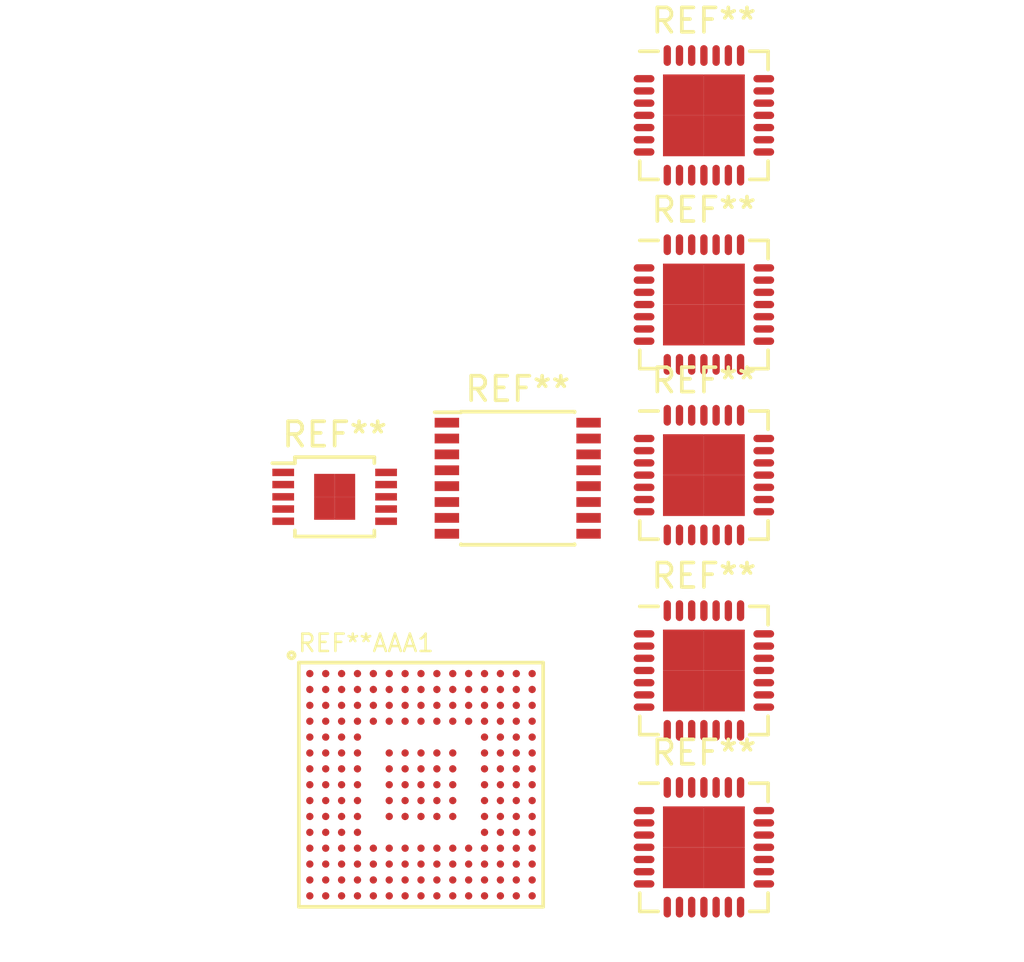
<source format=kicad_pcb>
(kicad_pcb (version 4) (host pcbnew "(after 2015-may-25 BZR unknown)-product")

  (general
    (links 0)
    (no_connects 0)
    (area 0 0 0 0)
    (thickness 1.6)
    (drawings 0)
    (tracks 0)
    (zones 0)
    (modules 8)
    (nets 1)
  )

  (page A4)
  (layers
    (0 F.Cu signal)
    (31 B.Cu signal)
    (32 B.Adhes user)
    (33 F.Adhes user)
    (34 B.Paste user)
    (35 F.Paste user)
    (36 B.SilkS user)
    (37 F.SilkS user)
    (38 B.Mask user)
    (39 F.Mask user)
    (40 Dwgs.User user)
    (41 Cmts.User user)
    (42 Eco1.User user)
    (43 Eco2.User user)
    (44 Edge.Cuts user)
    (45 Margin user)
    (46 B.CrtYd user)
    (47 F.CrtYd user)
    (48 B.Fab user)
    (49 F.Fab user)
  )

  (setup
    (last_trace_width 0.25)
    (trace_clearance 0.2)
    (zone_clearance 0.508)
    (zone_45_only no)
    (trace_min 0.2)
    (segment_width 0.2)
    (edge_width 0.1)
    (via_size 0.6)
    (via_drill 0.4)
    (via_min_size 0.4)
    (via_min_drill 0.3)
    (uvia_size 0.3)
    (uvia_drill 0.1)
    (uvias_allowed no)
    (uvia_min_size 0.2)
    (uvia_min_drill 0.1)
    (pcb_text_width 0.3)
    (pcb_text_size 1.5 1.5)
    (mod_edge_width 0.15)
    (mod_text_size 1 1)
    (mod_text_width 0.15)
    (pad_size 1.5 1.5)
    (pad_drill 0.6)
    (pad_to_mask_clearance 0)
    (aux_axis_origin 0 0)
    (visible_elements 7FFFFFFF)
    (pcbplotparams
      (layerselection 0x00030_80000001)
      (usegerberextensions false)
      (excludeedgelayer true)
      (linewidth 0.100000)
      (plotframeref false)
      (viasonmask false)
      (mode 1)
      (useauxorigin false)
      (hpglpennumber 1)
      (hpglpenspeed 20)
      (hpglpendiameter 15)
      (hpglpenoverlay 2)
      (psnegative false)
      (psa4output false)
      (plotreference true)
      (plotvalue true)
      (plotinvisibletext false)
      (padsonsilk false)
      (subtractmaskfromsilk false)
      (outputformat 1)
      (mirror false)
      (drillshape 1)
      (scaleselection 1)
      (outputdirectory ""))
  )

  (net 0 "")

  (net_class Default "This is the default net class."
    (clearance 0.2)
    (trace_width 0.25)
    (via_dia 0.6)
    (via_drill 0.4)
    (uvia_dia 0.3)
    (uvia_drill 0.1)
  )

  (module BGA:UFBGA201 (layer F.Cu) (tedit 55A8E253) (tstamp 55AB9B6E)
    (at 134.493 100.584)
    (fp_text reference REF**AAA1 (at 2.3 -1.25) (layer F.SilkS)
      (effects (font (size 0.7112 0.7112) (thickness 0.1016)))
    )
    (fp_text value UFBGA201 (at 6 10.35) (layer F.Fab) hide
      (effects (font (size 1 1) (thickness 0.15)))
    )
    (fp_circle (center -0.75 -0.75) (end -0.75 -0.7) (layer F.SilkS) (width 0.15))
    (fp_line (start -0.45 -0.45) (end -0.45 9.55) (layer F.SilkS) (width 0.15))
    (fp_line (start -0.45 9.55) (end 9.55 9.55) (layer F.SilkS) (width 0.15))
    (fp_line (start 9.55 9.55) (end 9.55 -0.45) (layer F.SilkS) (width 0.15))
    (fp_line (start 9.55 -0.45) (end -0.45 -0.45) (layer F.SilkS) (width 0.15))
    (pad A1 smd circle (at 0 0) (size 0.3 0.3) (layers F.Cu F.Paste F.Mask))
    (pad B1 smd circle (at 0 0.65) (size 0.3 0.3) (layers F.Cu F.Paste F.Mask))
    (pad C1 smd circle (at 0 1.3) (size 0.3 0.3) (layers F.Cu F.Paste F.Mask))
    (pad D1 smd circle (at 0 1.95) (size 0.3 0.3) (layers F.Cu F.Paste F.Mask))
    (pad E1 smd circle (at 0 2.6) (size 0.3 0.3) (layers F.Cu F.Paste F.Mask))
    (pad F1 smd circle (at 0 3.25) (size 0.3 0.3) (layers F.Cu F.Paste F.Mask))
    (pad G1 smd circle (at 0 3.9) (size 0.3 0.3) (layers F.Cu F.Paste F.Mask))
    (pad H1 smd circle (at 0 4.55) (size 0.3 0.3) (layers F.Cu F.Paste F.Mask))
    (pad J1 smd circle (at 0 5.2) (size 0.3 0.3) (layers F.Cu F.Paste F.Mask))
    (pad K1 smd circle (at 0 5.85) (size 0.3 0.3) (layers F.Cu F.Paste F.Mask))
    (pad L1 smd circle (at 0 6.5) (size 0.3 0.3) (layers F.Cu F.Paste F.Mask))
    (pad M1 smd circle (at 0 7.15) (size 0.3 0.3) (layers F.Cu F.Paste F.Mask))
    (pad N1 smd circle (at 0 7.8) (size 0.3 0.3) (layers F.Cu F.Paste F.Mask))
    (pad P1 smd circle (at 0 8.45) (size 0.3 0.3) (layers F.Cu F.Paste F.Mask))
    (pad R1 smd circle (at 0 9.1) (size 0.3 0.3) (layers F.Cu F.Paste F.Mask))
    (pad A2 smd circle (at 0.65 0) (size 0.3 0.3) (layers F.Cu F.Paste F.Mask))
    (pad B2 smd circle (at 0.65 0.65) (size 0.3 0.3) (layers F.Cu F.Paste F.Mask))
    (pad C2 smd circle (at 0.65 1.3) (size 0.3 0.3) (layers F.Cu F.Paste F.Mask))
    (pad D2 smd circle (at 0.65 1.95) (size 0.3 0.3) (layers F.Cu F.Paste F.Mask))
    (pad E2 smd circle (at 0.65 2.6) (size 0.3 0.3) (layers F.Cu F.Paste F.Mask))
    (pad F2 smd circle (at 0.65 3.25) (size 0.3 0.3) (layers F.Cu F.Paste F.Mask))
    (pad G2 smd circle (at 0.65 3.9) (size 0.3 0.3) (layers F.Cu F.Paste F.Mask))
    (pad H2 smd circle (at 0.65 4.55) (size 0.3 0.3) (layers F.Cu F.Paste F.Mask))
    (pad J2 smd circle (at 0.65 5.2) (size 0.3 0.3) (layers F.Cu F.Paste F.Mask))
    (pad K2 smd circle (at 0.65 5.85) (size 0.3 0.3) (layers F.Cu F.Paste F.Mask))
    (pad L2 smd circle (at 0.65 6.5) (size 0.3 0.3) (layers F.Cu F.Paste F.Mask))
    (pad M2 smd circle (at 0.65 7.15) (size 0.3 0.3) (layers F.Cu F.Paste F.Mask))
    (pad N2 smd circle (at 0.65 7.8) (size 0.3 0.3) (layers F.Cu F.Paste F.Mask))
    (pad P2 smd circle (at 0.65 8.45) (size 0.3 0.3) (layers F.Cu F.Paste F.Mask))
    (pad R2 smd circle (at 0.65 9.1) (size 0.3 0.3) (layers F.Cu F.Paste F.Mask))
    (pad A3 smd circle (at 1.3 0) (size 0.3 0.3) (layers F.Cu F.Paste F.Mask))
    (pad B3 smd circle (at 1.3 0.65) (size 0.3 0.3) (layers F.Cu F.Paste F.Mask))
    (pad C3 smd circle (at 1.3 1.3) (size 0.3 0.3) (layers F.Cu F.Paste F.Mask))
    (pad D3 smd circle (at 1.3 1.95) (size 0.3 0.3) (layers F.Cu F.Paste F.Mask))
    (pad E3 smd circle (at 1.3 2.6) (size 0.3 0.3) (layers F.Cu F.Paste F.Mask))
    (pad F3 smd circle (at 1.3 3.25) (size 0.3 0.3) (layers F.Cu F.Paste F.Mask))
    (pad G3 smd circle (at 1.3 3.9) (size 0.3 0.3) (layers F.Cu F.Paste F.Mask))
    (pad H3 smd circle (at 1.3 4.55) (size 0.3 0.3) (layers F.Cu F.Paste F.Mask))
    (pad J3 smd circle (at 1.3 5.2) (size 0.3 0.3) (layers F.Cu F.Paste F.Mask))
    (pad K3 smd circle (at 1.3 5.85) (size 0.3 0.3) (layers F.Cu F.Paste F.Mask))
    (pad L3 smd circle (at 1.3 6.5) (size 0.3 0.3) (layers F.Cu F.Paste F.Mask))
    (pad M3 smd circle (at 1.3 7.15) (size 0.3 0.3) (layers F.Cu F.Paste F.Mask))
    (pad N3 smd circle (at 1.3 7.8) (size 0.3 0.3) (layers F.Cu F.Paste F.Mask))
    (pad P3 smd circle (at 1.3 8.45) (size 0.3 0.3) (layers F.Cu F.Paste F.Mask))
    (pad R3 smd circle (at 1.3 9.1) (size 0.3 0.3) (layers F.Cu F.Paste F.Mask))
    (pad A4 smd circle (at 1.95 0) (size 0.3 0.3) (layers F.Cu F.Paste F.Mask))
    (pad B4 smd circle (at 1.95 0.65) (size 0.3 0.3) (layers F.Cu F.Paste F.Mask))
    (pad C4 smd circle (at 1.95 1.3) (size 0.3 0.3) (layers F.Cu F.Paste F.Mask))
    (pad D4 smd circle (at 1.95 1.95) (size 0.3 0.3) (layers F.Cu F.Paste F.Mask))
    (pad E4 smd circle (at 1.95 2.6) (size 0.3 0.3) (layers F.Cu F.Paste F.Mask))
    (pad F4 smd circle (at 1.95 3.25) (size 0.3 0.3) (layers F.Cu F.Paste F.Mask))
    (pad G4 smd circle (at 1.95 3.9) (size 0.3 0.3) (layers F.Cu F.Paste F.Mask))
    (pad H4 smd circle (at 1.95 4.55) (size 0.3 0.3) (layers F.Cu F.Paste F.Mask))
    (pad J4 smd circle (at 1.95 5.2) (size 0.3 0.3) (layers F.Cu F.Paste F.Mask))
    (pad K4 smd circle (at 1.95 5.85) (size 0.3 0.3) (layers F.Cu F.Paste F.Mask))
    (pad L4 smd circle (at 1.95 6.5) (size 0.3 0.3) (layers F.Cu F.Paste F.Mask))
    (pad M4 smd circle (at 1.95 7.15) (size 0.3 0.3) (layers F.Cu F.Paste F.Mask))
    (pad N4 smd circle (at 1.95 7.8) (size 0.3 0.3) (layers F.Cu F.Paste F.Mask))
    (pad P4 smd circle (at 1.95 8.45) (size 0.3 0.3) (layers F.Cu F.Paste F.Mask))
    (pad R4 smd circle (at 1.95 9.1) (size 0.3 0.3) (layers F.Cu F.Paste F.Mask))
    (pad A5 smd circle (at 2.6 0) (size 0.3 0.3) (layers F.Cu F.Paste F.Mask))
    (pad B5 smd circle (at 2.6 0.65) (size 0.3 0.3) (layers F.Cu F.Paste F.Mask))
    (pad C5 smd circle (at 2.6 1.3) (size 0.3 0.3) (layers F.Cu F.Paste F.Mask))
    (pad D5 smd circle (at 2.6 1.95) (size 0.3 0.3) (layers F.Cu F.Paste F.Mask))
    (pad M5 smd circle (at 2.6 7.15) (size 0.3 0.3) (layers F.Cu F.Paste F.Mask))
    (pad N5 smd circle (at 2.6 7.8) (size 0.3 0.3) (layers F.Cu F.Paste F.Mask))
    (pad P5 smd circle (at 2.6 8.45) (size 0.3 0.3) (layers F.Cu F.Paste F.Mask))
    (pad R5 smd circle (at 2.6 9.1) (size 0.3 0.3) (layers F.Cu F.Paste F.Mask))
    (pad A6 smd circle (at 3.25 0) (size 0.3 0.3) (layers F.Cu F.Paste F.Mask))
    (pad B6 smd circle (at 3.25 0.65) (size 0.3 0.3) (layers F.Cu F.Paste F.Mask))
    (pad C6 smd circle (at 3.25 1.3) (size 0.3 0.3) (layers F.Cu F.Paste F.Mask))
    (pad D6 smd circle (at 3.25 1.95) (size 0.3 0.3) (layers F.Cu F.Paste F.Mask))
    (pad F6 smd circle (at 3.25 3.25) (size 0.3 0.3) (layers F.Cu F.Paste F.Mask))
    (pad G6 smd circle (at 3.25 3.9) (size 0.3 0.3) (layers F.Cu F.Paste F.Mask))
    (pad H6 smd circle (at 3.25 4.55) (size 0.3 0.3) (layers F.Cu F.Paste F.Mask))
    (pad J6 smd circle (at 3.25 5.2) (size 0.3 0.3) (layers F.Cu F.Paste F.Mask))
    (pad K6 smd circle (at 3.25 5.85) (size 0.3 0.3) (layers F.Cu F.Paste F.Mask))
    (pad M6 smd circle (at 3.25 7.15) (size 0.3 0.3) (layers F.Cu F.Paste F.Mask))
    (pad N6 smd circle (at 3.25 7.8) (size 0.3 0.3) (layers F.Cu F.Paste F.Mask))
    (pad P6 smd circle (at 3.25 8.45) (size 0.3 0.3) (layers F.Cu F.Paste F.Mask))
    (pad R6 smd circle (at 3.25 9.1) (size 0.3 0.3) (layers F.Cu F.Paste F.Mask))
    (pad A7 smd circle (at 3.9 0) (size 0.3 0.3) (layers F.Cu F.Paste F.Mask))
    (pad B7 smd circle (at 3.9 0.65) (size 0.3 0.3) (layers F.Cu F.Paste F.Mask))
    (pad C7 smd circle (at 3.9 1.3) (size 0.3 0.3) (layers F.Cu F.Paste F.Mask))
    (pad D7 smd circle (at 3.9 1.95) (size 0.3 0.3) (layers F.Cu F.Paste F.Mask))
    (pad F7 smd circle (at 3.9 3.25) (size 0.3 0.3) (layers F.Cu F.Paste F.Mask))
    (pad G7 smd circle (at 3.9 3.9) (size 0.3 0.3) (layers F.Cu F.Paste F.Mask))
    (pad H7 smd circle (at 3.9 4.55) (size 0.3 0.3) (layers F.Cu F.Paste F.Mask))
    (pad J7 smd circle (at 3.9 5.2) (size 0.3 0.3) (layers F.Cu F.Paste F.Mask))
    (pad K7 smd circle (at 3.9 5.85) (size 0.3 0.3) (layers F.Cu F.Paste F.Mask))
    (pad M7 smd circle (at 3.9 7.15) (size 0.3 0.3) (layers F.Cu F.Paste F.Mask))
    (pad N7 smd circle (at 3.9 7.8) (size 0.3 0.3) (layers F.Cu F.Paste F.Mask))
    (pad P7 smd circle (at 3.9 8.45) (size 0.3 0.3) (layers F.Cu F.Paste F.Mask))
    (pad R7 smd circle (at 3.9 9.1) (size 0.3 0.3) (layers F.Cu F.Paste F.Mask))
    (pad A8 smd circle (at 4.55 0) (size 0.3 0.3) (layers F.Cu F.Paste F.Mask))
    (pad B8 smd circle (at 4.55 0.65) (size 0.3 0.3) (layers F.Cu F.Paste F.Mask))
    (pad C8 smd circle (at 4.55 1.3) (size 0.3 0.3) (layers F.Cu F.Paste F.Mask))
    (pad D8 smd circle (at 4.55 1.95) (size 0.3 0.3) (layers F.Cu F.Paste F.Mask))
    (pad F8 smd circle (at 4.55 3.25) (size 0.3 0.3) (layers F.Cu F.Paste F.Mask))
    (pad G8 smd circle (at 4.55 3.9) (size 0.3 0.3) (layers F.Cu F.Paste F.Mask))
    (pad H8 smd circle (at 4.55 4.55) (size 0.3 0.3) (layers F.Cu F.Paste F.Mask))
    (pad J8 smd circle (at 4.55 5.2) (size 0.3 0.3) (layers F.Cu F.Paste F.Mask))
    (pad K8 smd circle (at 4.55 5.85) (size 0.3 0.3) (layers F.Cu F.Paste F.Mask))
    (pad M8 smd circle (at 4.55 7.15) (size 0.3 0.3) (layers F.Cu F.Paste F.Mask))
    (pad N8 smd circle (at 4.55 7.8) (size 0.3 0.3) (layers F.Cu F.Paste F.Mask))
    (pad P8 smd circle (at 4.55 8.45) (size 0.3 0.3) (layers F.Cu F.Paste F.Mask))
    (pad R8 smd circle (at 4.55 9.1) (size 0.3 0.3) (layers F.Cu F.Paste F.Mask))
    (pad A9 smd circle (at 5.2 0) (size 0.3 0.3) (layers F.Cu F.Paste F.Mask))
    (pad B9 smd circle (at 5.2 0.65) (size 0.3 0.3) (layers F.Cu F.Paste F.Mask))
    (pad C9 smd circle (at 5.2 1.3) (size 0.3 0.3) (layers F.Cu F.Paste F.Mask))
    (pad D9 smd circle (at 5.2 1.95) (size 0.3 0.3) (layers F.Cu F.Paste F.Mask))
    (pad F9 smd circle (at 5.2 3.25) (size 0.3 0.3) (layers F.Cu F.Paste F.Mask))
    (pad G9 smd circle (at 5.2 3.9) (size 0.3 0.3) (layers F.Cu F.Paste F.Mask))
    (pad H9 smd circle (at 5.2 4.55) (size 0.3 0.3) (layers F.Cu F.Paste F.Mask))
    (pad J9 smd circle (at 5.2 5.2) (size 0.3 0.3) (layers F.Cu F.Paste F.Mask))
    (pad K9 smd circle (at 5.2 5.85) (size 0.3 0.3) (layers F.Cu F.Paste F.Mask))
    (pad M9 smd circle (at 5.2 7.15) (size 0.3 0.3) (layers F.Cu F.Paste F.Mask))
    (pad N9 smd circle (at 5.2 7.8) (size 0.3 0.3) (layers F.Cu F.Paste F.Mask))
    (pad P9 smd circle (at 5.2 8.45) (size 0.3 0.3) (layers F.Cu F.Paste F.Mask))
    (pad R9 smd circle (at 5.2 9.1) (size 0.3 0.3) (layers F.Cu F.Paste F.Mask))
    (pad A10 smd circle (at 5.85 0) (size 0.3 0.3) (layers F.Cu F.Paste F.Mask))
    (pad B10 smd circle (at 5.85 0.65) (size 0.3 0.3) (layers F.Cu F.Paste F.Mask))
    (pad C10 smd circle (at 5.85 1.3) (size 0.3 0.3) (layers F.Cu F.Paste F.Mask))
    (pad D10 smd circle (at 5.85 1.95) (size 0.3 0.3) (layers F.Cu F.Paste F.Mask))
    (pad F10 smd circle (at 5.85 3.25) (size 0.3 0.3) (layers F.Cu F.Paste F.Mask))
    (pad G10 smd circle (at 5.85 3.9) (size 0.3 0.3) (layers F.Cu F.Paste F.Mask))
    (pad H10 smd circle (at 5.85 4.55) (size 0.3 0.3) (layers F.Cu F.Paste F.Mask))
    (pad J10 smd circle (at 5.85 5.2) (size 0.3 0.3) (layers F.Cu F.Paste F.Mask))
    (pad K10 smd circle (at 5.85 5.85) (size 0.3 0.3) (layers F.Cu F.Paste F.Mask))
    (pad M10 smd circle (at 5.85 7.15) (size 0.3 0.3) (layers F.Cu F.Paste F.Mask))
    (pad N10 smd circle (at 5.85 7.8) (size 0.3 0.3) (layers F.Cu F.Paste F.Mask))
    (pad P10 smd circle (at 5.85 8.45) (size 0.3 0.3) (layers F.Cu F.Paste F.Mask))
    (pad R10 smd circle (at 5.85 9.1) (size 0.3 0.3) (layers F.Cu F.Paste F.Mask))
    (pad A11 smd circle (at 6.5 0) (size 0.3 0.3) (layers F.Cu F.Paste F.Mask))
    (pad B11 smd circle (at 6.5 0.65) (size 0.3 0.3) (layers F.Cu F.Paste F.Mask))
    (pad C11 smd circle (at 6.5 1.3) (size 0.3 0.3) (layers F.Cu F.Paste F.Mask))
    (pad D11 smd circle (at 6.5 1.95) (size 0.3 0.3) (layers F.Cu F.Paste F.Mask))
    (pad M11 smd circle (at 6.5 7.15) (size 0.3 0.3) (layers F.Cu F.Paste F.Mask))
    (pad N11 smd circle (at 6.5 7.8) (size 0.3 0.3) (layers F.Cu F.Paste F.Mask))
    (pad P11 smd circle (at 6.5 8.45) (size 0.3 0.3) (layers F.Cu F.Paste F.Mask))
    (pad R11 smd circle (at 6.5 9.1) (size 0.3 0.3) (layers F.Cu F.Paste F.Mask))
    (pad A12 smd circle (at 7.15 0) (size 0.3 0.3) (layers F.Cu F.Paste F.Mask))
    (pad B12 smd circle (at 7.15 0.65) (size 0.3 0.3) (layers F.Cu F.Paste F.Mask))
    (pad C12 smd circle (at 7.15 1.3) (size 0.3 0.3) (layers F.Cu F.Paste F.Mask))
    (pad D12 smd circle (at 7.15 1.95) (size 0.3 0.3) (layers F.Cu F.Paste F.Mask))
    (pad E12 smd circle (at 7.15 2.6) (size 0.3 0.3) (layers F.Cu F.Paste F.Mask))
    (pad F12 smd circle (at 7.15 3.25) (size 0.3 0.3) (layers F.Cu F.Paste F.Mask))
    (pad G12 smd circle (at 7.15 3.9) (size 0.3 0.3) (layers F.Cu F.Paste F.Mask))
    (pad H12 smd circle (at 7.15 4.55) (size 0.3 0.3) (layers F.Cu F.Paste F.Mask))
    (pad J12 smd circle (at 7.15 5.2) (size 0.3 0.3) (layers F.Cu F.Paste F.Mask))
    (pad K12 smd circle (at 7.15 5.85) (size 0.3 0.3) (layers F.Cu F.Paste F.Mask))
    (pad L12 smd circle (at 7.15 6.5) (size 0.3 0.3) (layers F.Cu F.Paste F.Mask))
    (pad M12 smd circle (at 7.15 7.15) (size 0.3 0.3) (layers F.Cu F.Paste F.Mask))
    (pad N12 smd circle (at 7.15 7.8) (size 0.3 0.3) (layers F.Cu F.Paste F.Mask))
    (pad P12 smd circle (at 7.15 8.45) (size 0.3 0.3) (layers F.Cu F.Paste F.Mask))
    (pad R12 smd circle (at 7.15 9.1) (size 0.3 0.3) (layers F.Cu F.Paste F.Mask))
    (pad A13 smd circle (at 7.8 0) (size 0.3 0.3) (layers F.Cu F.Paste F.Mask))
    (pad B13 smd circle (at 7.8 0.65) (size 0.3 0.3) (layers F.Cu F.Paste F.Mask))
    (pad C13 smd circle (at 7.8 1.3) (size 0.3 0.3) (layers F.Cu F.Paste F.Mask))
    (pad D13 smd circle (at 7.8 1.95) (size 0.3 0.3) (layers F.Cu F.Paste F.Mask))
    (pad E13 smd circle (at 7.8 2.6) (size 0.3 0.3) (layers F.Cu F.Paste F.Mask))
    (pad F13 smd circle (at 7.8 3.25) (size 0.3 0.3) (layers F.Cu F.Paste F.Mask))
    (pad G13 smd circle (at 7.8 3.9) (size 0.3 0.3) (layers F.Cu F.Paste F.Mask))
    (pad H13 smd circle (at 7.8 4.55) (size 0.3 0.3) (layers F.Cu F.Paste F.Mask))
    (pad J13 smd circle (at 7.8 5.2) (size 0.3 0.3) (layers F.Cu F.Paste F.Mask))
    (pad K13 smd circle (at 7.8 5.85) (size 0.3 0.3) (layers F.Cu F.Paste F.Mask))
    (pad L13 smd circle (at 7.8 6.5) (size 0.3 0.3) (layers F.Cu F.Paste F.Mask))
    (pad M13 smd circle (at 7.8 7.15) (size 0.3 0.3) (layers F.Cu F.Paste F.Mask))
    (pad N13 smd circle (at 7.8 7.8) (size 0.3 0.3) (layers F.Cu F.Paste F.Mask))
    (pad P13 smd circle (at 7.8 8.45) (size 0.3 0.3) (layers F.Cu F.Paste F.Mask))
    (pad R13 smd circle (at 7.8 9.1) (size 0.3 0.3) (layers F.Cu F.Paste F.Mask))
    (pad A14 smd circle (at 8.45 0) (size 0.3 0.3) (layers F.Cu F.Paste F.Mask))
    (pad B14 smd circle (at 8.45 0.65) (size 0.3 0.3) (layers F.Cu F.Paste F.Mask))
    (pad C14 smd circle (at 8.45 1.3) (size 0.3 0.3) (layers F.Cu F.Paste F.Mask))
    (pad D14 smd circle (at 8.45 1.95) (size 0.3 0.3) (layers F.Cu F.Paste F.Mask))
    (pad E14 smd circle (at 8.45 2.6) (size 0.3 0.3) (layers F.Cu F.Paste F.Mask))
    (pad F14 smd circle (at 8.45 3.25) (size 0.3 0.3) (layers F.Cu F.Paste F.Mask))
    (pad G14 smd circle (at 8.45 3.9) (size 0.3 0.3) (layers F.Cu F.Paste F.Mask))
    (pad H14 smd circle (at 8.45 4.55) (size 0.3 0.3) (layers F.Cu F.Paste F.Mask))
    (pad J14 smd circle (at 8.45 5.2) (size 0.3 0.3) (layers F.Cu F.Paste F.Mask))
    (pad K14 smd circle (at 8.45 5.85) (size 0.3 0.3) (layers F.Cu F.Paste F.Mask))
    (pad L14 smd circle (at 8.45 6.5) (size 0.3 0.3) (layers F.Cu F.Paste F.Mask))
    (pad M14 smd circle (at 8.45 7.15) (size 0.3 0.3) (layers F.Cu F.Paste F.Mask))
    (pad N14 smd circle (at 8.45 7.8) (size 0.3 0.3) (layers F.Cu F.Paste F.Mask))
    (pad P14 smd circle (at 8.45 8.45) (size 0.3 0.3) (layers F.Cu F.Paste F.Mask))
    (pad R14 smd circle (at 8.45 9.1) (size 0.3 0.3) (layers F.Cu F.Paste F.Mask))
    (pad A15 smd circle (at 9.1 0) (size 0.3 0.3) (layers F.Cu F.Paste F.Mask))
    (pad B15 smd circle (at 9.1 0.65) (size 0.3 0.3) (layers F.Cu F.Paste F.Mask))
    (pad C15 smd circle (at 9.1 1.3) (size 0.3 0.3) (layers F.Cu F.Paste F.Mask))
    (pad D15 smd circle (at 9.1 1.95) (size 0.3 0.3) (layers F.Cu F.Paste F.Mask))
    (pad E15 smd circle (at 9.1 2.6) (size 0.3 0.3) (layers F.Cu F.Paste F.Mask))
    (pad F15 smd circle (at 9.1 3.25) (size 0.3 0.3) (layers F.Cu F.Paste F.Mask))
    (pad G15 smd circle (at 9.1 3.9) (size 0.3 0.3) (layers F.Cu F.Paste F.Mask))
    (pad H15 smd circle (at 9.1 4.55) (size 0.3 0.3) (layers F.Cu F.Paste F.Mask))
    (pad J15 smd circle (at 9.1 5.2) (size 0.3 0.3) (layers F.Cu F.Paste F.Mask))
    (pad K15 smd circle (at 9.1 5.85) (size 0.3 0.3) (layers F.Cu F.Paste F.Mask))
    (pad L15 smd circle (at 9.1 6.5) (size 0.3 0.3) (layers F.Cu F.Paste F.Mask))
    (pad M15 smd circle (at 9.1 7.15) (size 0.3 0.3) (layers F.Cu F.Paste F.Mask))
    (pad N15 smd circle (at 9.1 7.8) (size 0.3 0.3) (layers F.Cu F.Paste F.Mask))
    (pad P15 smd circle (at 9.1 8.45) (size 0.3 0.3) (layers F.Cu F.Paste F.Mask))
    (pad R15 smd circle (at 9.1 9.1) (size 0.3 0.3) (layers F.Cu F.Paste F.Mask))
  )

  (module Housings_DFN_QFN:QFN-28-1EP_5x5mm_Pitch0.5mm (layer F.Cu) (tedit 54130A77) (tstamp 55AB9C40)
    (at 150.622 107.696)
    (descr "28-Lead Plastic Quad Flat, No Lead Package (MQ) - 5x5x0.9 mm Body [QFN or VQFN]; (see Microchip Packaging Specification 00000049BS.pdf)")
    (tags "QFN 0.5")
    (attr smd)
    (fp_text reference REF** (at 0 -3.875) (layer F.SilkS)
      (effects (font (size 1 1) (thickness 0.15)))
    )
    (fp_text value QFN-28-1EP_5x5mm_Pitch0.5mm (at 0 3.875) (layer F.Fab)
      (effects (font (size 1 1) (thickness 0.15)))
    )
    (fp_line (start -3.15 -3.15) (end -3.15 3.15) (layer F.CrtYd) (width 0.05))
    (fp_line (start 3.15 -3.15) (end 3.15 3.15) (layer F.CrtYd) (width 0.05))
    (fp_line (start -3.15 -3.15) (end 3.15 -3.15) (layer F.CrtYd) (width 0.05))
    (fp_line (start -3.15 3.15) (end 3.15 3.15) (layer F.CrtYd) (width 0.05))
    (fp_line (start 2.625 -2.625) (end 2.625 -1.875) (layer F.SilkS) (width 0.15))
    (fp_line (start -2.625 2.625) (end -2.625 1.875) (layer F.SilkS) (width 0.15))
    (fp_line (start 2.625 2.625) (end 2.625 1.875) (layer F.SilkS) (width 0.15))
    (fp_line (start -2.625 -2.625) (end -1.875 -2.625) (layer F.SilkS) (width 0.15))
    (fp_line (start -2.625 2.625) (end -1.875 2.625) (layer F.SilkS) (width 0.15))
    (fp_line (start 2.625 2.625) (end 1.875 2.625) (layer F.SilkS) (width 0.15))
    (fp_line (start 2.625 -2.625) (end 1.875 -2.625) (layer F.SilkS) (width 0.15))
    (pad 1 smd oval (at -2.45 -1.5) (size 0.85 0.3) (layers F.Cu F.Paste F.Mask))
    (pad 2 smd oval (at -2.45 -1) (size 0.85 0.3) (layers F.Cu F.Paste F.Mask))
    (pad 3 smd oval (at -2.45 -0.5) (size 0.85 0.3) (layers F.Cu F.Paste F.Mask))
    (pad 4 smd oval (at -2.45 0) (size 0.85 0.3) (layers F.Cu F.Paste F.Mask))
    (pad 5 smd oval (at -2.45 0.5) (size 0.85 0.3) (layers F.Cu F.Paste F.Mask))
    (pad 6 smd oval (at -2.45 1) (size 0.85 0.3) (layers F.Cu F.Paste F.Mask))
    (pad 7 smd oval (at -2.45 1.5) (size 0.85 0.3) (layers F.Cu F.Paste F.Mask))
    (pad 8 smd oval (at -1.5 2.45 90) (size 0.85 0.3) (layers F.Cu F.Paste F.Mask))
    (pad 9 smd oval (at -1 2.45 90) (size 0.85 0.3) (layers F.Cu F.Paste F.Mask))
    (pad 10 smd oval (at -0.5 2.45 90) (size 0.85 0.3) (layers F.Cu F.Paste F.Mask))
    (pad 11 smd oval (at 0 2.45 90) (size 0.85 0.3) (layers F.Cu F.Paste F.Mask))
    (pad 12 smd oval (at 0.5 2.45 90) (size 0.85 0.3) (layers F.Cu F.Paste F.Mask))
    (pad 13 smd oval (at 1 2.45 90) (size 0.85 0.3) (layers F.Cu F.Paste F.Mask))
    (pad 14 smd oval (at 1.5 2.45 90) (size 0.85 0.3) (layers F.Cu F.Paste F.Mask))
    (pad 15 smd oval (at 2.45 1.5) (size 0.85 0.3) (layers F.Cu F.Paste F.Mask))
    (pad 16 smd oval (at 2.45 1) (size 0.85 0.3) (layers F.Cu F.Paste F.Mask))
    (pad 17 smd oval (at 2.45 0.5) (size 0.85 0.3) (layers F.Cu F.Paste F.Mask))
    (pad 18 smd oval (at 2.45 0) (size 0.85 0.3) (layers F.Cu F.Paste F.Mask))
    (pad 19 smd oval (at 2.45 -0.5) (size 0.85 0.3) (layers F.Cu F.Paste F.Mask))
    (pad 20 smd oval (at 2.45 -1) (size 0.85 0.3) (layers F.Cu F.Paste F.Mask))
    (pad 21 smd oval (at 2.45 -1.5) (size 0.85 0.3) (layers F.Cu F.Paste F.Mask))
    (pad 22 smd oval (at 1.5 -2.45 90) (size 0.85 0.3) (layers F.Cu F.Paste F.Mask))
    (pad 23 smd oval (at 1 -2.45 90) (size 0.85 0.3) (layers F.Cu F.Paste F.Mask))
    (pad 24 smd oval (at 0.5 -2.45 90) (size 0.85 0.3) (layers F.Cu F.Paste F.Mask))
    (pad 25 smd oval (at 0 -2.45 90) (size 0.85 0.3) (layers F.Cu F.Paste F.Mask))
    (pad 26 smd oval (at -0.5 -2.45 90) (size 0.85 0.3) (layers F.Cu F.Paste F.Mask))
    (pad 27 smd oval (at -1 -2.45 90) (size 0.85 0.3) (layers F.Cu F.Paste F.Mask))
    (pad 28 smd oval (at -1.5 -2.45 90) (size 0.85 0.3) (layers F.Cu F.Paste F.Mask))
    (pad 29 smd rect (at 0.8375 0.8375) (size 1.675 1.675) (layers F.Cu F.Paste F.Mask)
      (solder_paste_margin_ratio -0.2))
    (pad 29 smd rect (at 0.8375 -0.8375) (size 1.675 1.675) (layers F.Cu F.Paste F.Mask)
      (solder_paste_margin_ratio -0.2))
    (pad 29 smd rect (at -0.8375 0.8375) (size 1.675 1.675) (layers F.Cu F.Paste F.Mask)
      (solder_paste_margin_ratio -0.2))
    (pad 29 smd rect (at -0.8375 -0.8375) (size 1.675 1.675) (layers F.Cu F.Paste F.Mask)
      (solder_paste_margin_ratio -0.2))
    (model Housings_DFN_QFN.3dshapes/QFN-28-1EP_5x5mm_Pitch0.5mm.wrl
      (at (xyz 0 0 0))
      (scale (xyz 1 1 1))
      (rotate (xyz 0 0 0))
    )
  )

  (module Housings_DFN_QFN:QFN-28-1EP_5x5mm_Pitch0.5mm (layer F.Cu) (tedit 54130A77) (tstamp 55AB9C6F)
    (at 150.622 100.457)
    (descr "28-Lead Plastic Quad Flat, No Lead Package (MQ) - 5x5x0.9 mm Body [QFN or VQFN]; (see Microchip Packaging Specification 00000049BS.pdf)")
    (tags "QFN 0.5")
    (attr smd)
    (fp_text reference REF** (at 0 -3.875) (layer F.SilkS)
      (effects (font (size 1 1) (thickness 0.15)))
    )
    (fp_text value QFN-28-1EP_5x5mm_Pitch0.5mm (at 0 3.875) (layer F.Fab)
      (effects (font (size 1 1) (thickness 0.15)))
    )
    (fp_line (start -3.15 -3.15) (end -3.15 3.15) (layer F.CrtYd) (width 0.05))
    (fp_line (start 3.15 -3.15) (end 3.15 3.15) (layer F.CrtYd) (width 0.05))
    (fp_line (start -3.15 -3.15) (end 3.15 -3.15) (layer F.CrtYd) (width 0.05))
    (fp_line (start -3.15 3.15) (end 3.15 3.15) (layer F.CrtYd) (width 0.05))
    (fp_line (start 2.625 -2.625) (end 2.625 -1.875) (layer F.SilkS) (width 0.15))
    (fp_line (start -2.625 2.625) (end -2.625 1.875) (layer F.SilkS) (width 0.15))
    (fp_line (start 2.625 2.625) (end 2.625 1.875) (layer F.SilkS) (width 0.15))
    (fp_line (start -2.625 -2.625) (end -1.875 -2.625) (layer F.SilkS) (width 0.15))
    (fp_line (start -2.625 2.625) (end -1.875 2.625) (layer F.SilkS) (width 0.15))
    (fp_line (start 2.625 2.625) (end 1.875 2.625) (layer F.SilkS) (width 0.15))
    (fp_line (start 2.625 -2.625) (end 1.875 -2.625) (layer F.SilkS) (width 0.15))
    (pad 1 smd oval (at -2.45 -1.5) (size 0.85 0.3) (layers F.Cu F.Paste F.Mask))
    (pad 2 smd oval (at -2.45 -1) (size 0.85 0.3) (layers F.Cu F.Paste F.Mask))
    (pad 3 smd oval (at -2.45 -0.5) (size 0.85 0.3) (layers F.Cu F.Paste F.Mask))
    (pad 4 smd oval (at -2.45 0) (size 0.85 0.3) (layers F.Cu F.Paste F.Mask))
    (pad 5 smd oval (at -2.45 0.5) (size 0.85 0.3) (layers F.Cu F.Paste F.Mask))
    (pad 6 smd oval (at -2.45 1) (size 0.85 0.3) (layers F.Cu F.Paste F.Mask))
    (pad 7 smd oval (at -2.45 1.5) (size 0.85 0.3) (layers F.Cu F.Paste F.Mask))
    (pad 8 smd oval (at -1.5 2.45 90) (size 0.85 0.3) (layers F.Cu F.Paste F.Mask))
    (pad 9 smd oval (at -1 2.45 90) (size 0.85 0.3) (layers F.Cu F.Paste F.Mask))
    (pad 10 smd oval (at -0.5 2.45 90) (size 0.85 0.3) (layers F.Cu F.Paste F.Mask))
    (pad 11 smd oval (at 0 2.45 90) (size 0.85 0.3) (layers F.Cu F.Paste F.Mask))
    (pad 12 smd oval (at 0.5 2.45 90) (size 0.85 0.3) (layers F.Cu F.Paste F.Mask))
    (pad 13 smd oval (at 1 2.45 90) (size 0.85 0.3) (layers F.Cu F.Paste F.Mask))
    (pad 14 smd oval (at 1.5 2.45 90) (size 0.85 0.3) (layers F.Cu F.Paste F.Mask))
    (pad 15 smd oval (at 2.45 1.5) (size 0.85 0.3) (layers F.Cu F.Paste F.Mask))
    (pad 16 smd oval (at 2.45 1) (size 0.85 0.3) (layers F.Cu F.Paste F.Mask))
    (pad 17 smd oval (at 2.45 0.5) (size 0.85 0.3) (layers F.Cu F.Paste F.Mask))
    (pad 18 smd oval (at 2.45 0) (size 0.85 0.3) (layers F.Cu F.Paste F.Mask))
    (pad 19 smd oval (at 2.45 -0.5) (size 0.85 0.3) (layers F.Cu F.Paste F.Mask))
    (pad 20 smd oval (at 2.45 -1) (size 0.85 0.3) (layers F.Cu F.Paste F.Mask))
    (pad 21 smd oval (at 2.45 -1.5) (size 0.85 0.3) (layers F.Cu F.Paste F.Mask))
    (pad 22 smd oval (at 1.5 -2.45 90) (size 0.85 0.3) (layers F.Cu F.Paste F.Mask))
    (pad 23 smd oval (at 1 -2.45 90) (size 0.85 0.3) (layers F.Cu F.Paste F.Mask))
    (pad 24 smd oval (at 0.5 -2.45 90) (size 0.85 0.3) (layers F.Cu F.Paste F.Mask))
    (pad 25 smd oval (at 0 -2.45 90) (size 0.85 0.3) (layers F.Cu F.Paste F.Mask))
    (pad 26 smd oval (at -0.5 -2.45 90) (size 0.85 0.3) (layers F.Cu F.Paste F.Mask))
    (pad 27 smd oval (at -1 -2.45 90) (size 0.85 0.3) (layers F.Cu F.Paste F.Mask))
    (pad 28 smd oval (at -1.5 -2.45 90) (size 0.85 0.3) (layers F.Cu F.Paste F.Mask))
    (pad 29 smd rect (at 0.8375 0.8375) (size 1.675 1.675) (layers F.Cu F.Paste F.Mask)
      (solder_paste_margin_ratio -0.2))
    (pad 29 smd rect (at 0.8375 -0.8375) (size 1.675 1.675) (layers F.Cu F.Paste F.Mask)
      (solder_paste_margin_ratio -0.2))
    (pad 29 smd rect (at -0.8375 0.8375) (size 1.675 1.675) (layers F.Cu F.Paste F.Mask)
      (solder_paste_margin_ratio -0.2))
    (pad 29 smd rect (at -0.8375 -0.8375) (size 1.675 1.675) (layers F.Cu F.Paste F.Mask)
      (solder_paste_margin_ratio -0.2))
    (model Housings_DFN_QFN.3dshapes/QFN-28-1EP_5x5mm_Pitch0.5mm.wrl
      (at (xyz 0 0 0))
      (scale (xyz 1 1 1))
      (rotate (xyz 0 0 0))
    )
  )

  (module Housings_DFN_QFN:QFN-28-1EP_5x5mm_Pitch0.5mm (layer F.Cu) (tedit 54130A77) (tstamp 55AB9C9E)
    (at 150.622 92.456)
    (descr "28-Lead Plastic Quad Flat, No Lead Package (MQ) - 5x5x0.9 mm Body [QFN or VQFN]; (see Microchip Packaging Specification 00000049BS.pdf)")
    (tags "QFN 0.5")
    (attr smd)
    (fp_text reference REF** (at 0 -3.875) (layer F.SilkS)
      (effects (font (size 1 1) (thickness 0.15)))
    )
    (fp_text value QFN-28-1EP_5x5mm_Pitch0.5mm (at 0 3.875) (layer F.Fab)
      (effects (font (size 1 1) (thickness 0.15)))
    )
    (fp_line (start -3.15 -3.15) (end -3.15 3.15) (layer F.CrtYd) (width 0.05))
    (fp_line (start 3.15 -3.15) (end 3.15 3.15) (layer F.CrtYd) (width 0.05))
    (fp_line (start -3.15 -3.15) (end 3.15 -3.15) (layer F.CrtYd) (width 0.05))
    (fp_line (start -3.15 3.15) (end 3.15 3.15) (layer F.CrtYd) (width 0.05))
    (fp_line (start 2.625 -2.625) (end 2.625 -1.875) (layer F.SilkS) (width 0.15))
    (fp_line (start -2.625 2.625) (end -2.625 1.875) (layer F.SilkS) (width 0.15))
    (fp_line (start 2.625 2.625) (end 2.625 1.875) (layer F.SilkS) (width 0.15))
    (fp_line (start -2.625 -2.625) (end -1.875 -2.625) (layer F.SilkS) (width 0.15))
    (fp_line (start -2.625 2.625) (end -1.875 2.625) (layer F.SilkS) (width 0.15))
    (fp_line (start 2.625 2.625) (end 1.875 2.625) (layer F.SilkS) (width 0.15))
    (fp_line (start 2.625 -2.625) (end 1.875 -2.625) (layer F.SilkS) (width 0.15))
    (pad 1 smd oval (at -2.45 -1.5) (size 0.85 0.3) (layers F.Cu F.Paste F.Mask))
    (pad 2 smd oval (at -2.45 -1) (size 0.85 0.3) (layers F.Cu F.Paste F.Mask))
    (pad 3 smd oval (at -2.45 -0.5) (size 0.85 0.3) (layers F.Cu F.Paste F.Mask))
    (pad 4 smd oval (at -2.45 0) (size 0.85 0.3) (layers F.Cu F.Paste F.Mask))
    (pad 5 smd oval (at -2.45 0.5) (size 0.85 0.3) (layers F.Cu F.Paste F.Mask))
    (pad 6 smd oval (at -2.45 1) (size 0.85 0.3) (layers F.Cu F.Paste F.Mask))
    (pad 7 smd oval (at -2.45 1.5) (size 0.85 0.3) (layers F.Cu F.Paste F.Mask))
    (pad 8 smd oval (at -1.5 2.45 90) (size 0.85 0.3) (layers F.Cu F.Paste F.Mask))
    (pad 9 smd oval (at -1 2.45 90) (size 0.85 0.3) (layers F.Cu F.Paste F.Mask))
    (pad 10 smd oval (at -0.5 2.45 90) (size 0.85 0.3) (layers F.Cu F.Paste F.Mask))
    (pad 11 smd oval (at 0 2.45 90) (size 0.85 0.3) (layers F.Cu F.Paste F.Mask))
    (pad 12 smd oval (at 0.5 2.45 90) (size 0.85 0.3) (layers F.Cu F.Paste F.Mask))
    (pad 13 smd oval (at 1 2.45 90) (size 0.85 0.3) (layers F.Cu F.Paste F.Mask))
    (pad 14 smd oval (at 1.5 2.45 90) (size 0.85 0.3) (layers F.Cu F.Paste F.Mask))
    (pad 15 smd oval (at 2.45 1.5) (size 0.85 0.3) (layers F.Cu F.Paste F.Mask))
    (pad 16 smd oval (at 2.45 1) (size 0.85 0.3) (layers F.Cu F.Paste F.Mask))
    (pad 17 smd oval (at 2.45 0.5) (size 0.85 0.3) (layers F.Cu F.Paste F.Mask))
    (pad 18 smd oval (at 2.45 0) (size 0.85 0.3) (layers F.Cu F.Paste F.Mask))
    (pad 19 smd oval (at 2.45 -0.5) (size 0.85 0.3) (layers F.Cu F.Paste F.Mask))
    (pad 20 smd oval (at 2.45 -1) (size 0.85 0.3) (layers F.Cu F.Paste F.Mask))
    (pad 21 smd oval (at 2.45 -1.5) (size 0.85 0.3) (layers F.Cu F.Paste F.Mask))
    (pad 22 smd oval (at 1.5 -2.45 90) (size 0.85 0.3) (layers F.Cu F.Paste F.Mask))
    (pad 23 smd oval (at 1 -2.45 90) (size 0.85 0.3) (layers F.Cu F.Paste F.Mask))
    (pad 24 smd oval (at 0.5 -2.45 90) (size 0.85 0.3) (layers F.Cu F.Paste F.Mask))
    (pad 25 smd oval (at 0 -2.45 90) (size 0.85 0.3) (layers F.Cu F.Paste F.Mask))
    (pad 26 smd oval (at -0.5 -2.45 90) (size 0.85 0.3) (layers F.Cu F.Paste F.Mask))
    (pad 27 smd oval (at -1 -2.45 90) (size 0.85 0.3) (layers F.Cu F.Paste F.Mask))
    (pad 28 smd oval (at -1.5 -2.45 90) (size 0.85 0.3) (layers F.Cu F.Paste F.Mask))
    (pad 29 smd rect (at 0.8375 0.8375) (size 1.675 1.675) (layers F.Cu F.Paste F.Mask)
      (solder_paste_margin_ratio -0.2))
    (pad 29 smd rect (at 0.8375 -0.8375) (size 1.675 1.675) (layers F.Cu F.Paste F.Mask)
      (solder_paste_margin_ratio -0.2))
    (pad 29 smd rect (at -0.8375 0.8375) (size 1.675 1.675) (layers F.Cu F.Paste F.Mask)
      (solder_paste_margin_ratio -0.2))
    (pad 29 smd rect (at -0.8375 -0.8375) (size 1.675 1.675) (layers F.Cu F.Paste F.Mask)
      (solder_paste_margin_ratio -0.2))
    (model Housings_DFN_QFN.3dshapes/QFN-28-1EP_5x5mm_Pitch0.5mm.wrl
      (at (xyz 0 0 0))
      (scale (xyz 1 1 1))
      (rotate (xyz 0 0 0))
    )
  )

  (module Housings_DFN_QFN:QFN-28-1EP_5x5mm_Pitch0.5mm (layer F.Cu) (tedit 54130A77) (tstamp 55AB9CCD)
    (at 150.622 85.471)
    (descr "28-Lead Plastic Quad Flat, No Lead Package (MQ) - 5x5x0.9 mm Body [QFN or VQFN]; (see Microchip Packaging Specification 00000049BS.pdf)")
    (tags "QFN 0.5")
    (attr smd)
    (fp_text reference REF** (at 0 -3.875) (layer F.SilkS)
      (effects (font (size 1 1) (thickness 0.15)))
    )
    (fp_text value QFN-28-1EP_5x5mm_Pitch0.5mm (at 0 3.875) (layer F.Fab)
      (effects (font (size 1 1) (thickness 0.15)))
    )
    (fp_line (start -3.15 -3.15) (end -3.15 3.15) (layer F.CrtYd) (width 0.05))
    (fp_line (start 3.15 -3.15) (end 3.15 3.15) (layer F.CrtYd) (width 0.05))
    (fp_line (start -3.15 -3.15) (end 3.15 -3.15) (layer F.CrtYd) (width 0.05))
    (fp_line (start -3.15 3.15) (end 3.15 3.15) (layer F.CrtYd) (width 0.05))
    (fp_line (start 2.625 -2.625) (end 2.625 -1.875) (layer F.SilkS) (width 0.15))
    (fp_line (start -2.625 2.625) (end -2.625 1.875) (layer F.SilkS) (width 0.15))
    (fp_line (start 2.625 2.625) (end 2.625 1.875) (layer F.SilkS) (width 0.15))
    (fp_line (start -2.625 -2.625) (end -1.875 -2.625) (layer F.SilkS) (width 0.15))
    (fp_line (start -2.625 2.625) (end -1.875 2.625) (layer F.SilkS) (width 0.15))
    (fp_line (start 2.625 2.625) (end 1.875 2.625) (layer F.SilkS) (width 0.15))
    (fp_line (start 2.625 -2.625) (end 1.875 -2.625) (layer F.SilkS) (width 0.15))
    (pad 1 smd oval (at -2.45 -1.5) (size 0.85 0.3) (layers F.Cu F.Paste F.Mask))
    (pad 2 smd oval (at -2.45 -1) (size 0.85 0.3) (layers F.Cu F.Paste F.Mask))
    (pad 3 smd oval (at -2.45 -0.5) (size 0.85 0.3) (layers F.Cu F.Paste F.Mask))
    (pad 4 smd oval (at -2.45 0) (size 0.85 0.3) (layers F.Cu F.Paste F.Mask))
    (pad 5 smd oval (at -2.45 0.5) (size 0.85 0.3) (layers F.Cu F.Paste F.Mask))
    (pad 6 smd oval (at -2.45 1) (size 0.85 0.3) (layers F.Cu F.Paste F.Mask))
    (pad 7 smd oval (at -2.45 1.5) (size 0.85 0.3) (layers F.Cu F.Paste F.Mask))
    (pad 8 smd oval (at -1.5 2.45 90) (size 0.85 0.3) (layers F.Cu F.Paste F.Mask))
    (pad 9 smd oval (at -1 2.45 90) (size 0.85 0.3) (layers F.Cu F.Paste F.Mask))
    (pad 10 smd oval (at -0.5 2.45 90) (size 0.85 0.3) (layers F.Cu F.Paste F.Mask))
    (pad 11 smd oval (at 0 2.45 90) (size 0.85 0.3) (layers F.Cu F.Paste F.Mask))
    (pad 12 smd oval (at 0.5 2.45 90) (size 0.85 0.3) (layers F.Cu F.Paste F.Mask))
    (pad 13 smd oval (at 1 2.45 90) (size 0.85 0.3) (layers F.Cu F.Paste F.Mask))
    (pad 14 smd oval (at 1.5 2.45 90) (size 0.85 0.3) (layers F.Cu F.Paste F.Mask))
    (pad 15 smd oval (at 2.45 1.5) (size 0.85 0.3) (layers F.Cu F.Paste F.Mask))
    (pad 16 smd oval (at 2.45 1) (size 0.85 0.3) (layers F.Cu F.Paste F.Mask))
    (pad 17 smd oval (at 2.45 0.5) (size 0.85 0.3) (layers F.Cu F.Paste F.Mask))
    (pad 18 smd oval (at 2.45 0) (size 0.85 0.3) (layers F.Cu F.Paste F.Mask))
    (pad 19 smd oval (at 2.45 -0.5) (size 0.85 0.3) (layers F.Cu F.Paste F.Mask))
    (pad 20 smd oval (at 2.45 -1) (size 0.85 0.3) (layers F.Cu F.Paste F.Mask))
    (pad 21 smd oval (at 2.45 -1.5) (size 0.85 0.3) (layers F.Cu F.Paste F.Mask))
    (pad 22 smd oval (at 1.5 -2.45 90) (size 0.85 0.3) (layers F.Cu F.Paste F.Mask))
    (pad 23 smd oval (at 1 -2.45 90) (size 0.85 0.3) (layers F.Cu F.Paste F.Mask))
    (pad 24 smd oval (at 0.5 -2.45 90) (size 0.85 0.3) (layers F.Cu F.Paste F.Mask))
    (pad 25 smd oval (at 0 -2.45 90) (size 0.85 0.3) (layers F.Cu F.Paste F.Mask))
    (pad 26 smd oval (at -0.5 -2.45 90) (size 0.85 0.3) (layers F.Cu F.Paste F.Mask))
    (pad 27 smd oval (at -1 -2.45 90) (size 0.85 0.3) (layers F.Cu F.Paste F.Mask))
    (pad 28 smd oval (at -1.5 -2.45 90) (size 0.85 0.3) (layers F.Cu F.Paste F.Mask))
    (pad 29 smd rect (at 0.8375 0.8375) (size 1.675 1.675) (layers F.Cu F.Paste F.Mask)
      (solder_paste_margin_ratio -0.2))
    (pad 29 smd rect (at 0.8375 -0.8375) (size 1.675 1.675) (layers F.Cu F.Paste F.Mask)
      (solder_paste_margin_ratio -0.2))
    (pad 29 smd rect (at -0.8375 0.8375) (size 1.675 1.675) (layers F.Cu F.Paste F.Mask)
      (solder_paste_margin_ratio -0.2))
    (pad 29 smd rect (at -0.8375 -0.8375) (size 1.675 1.675) (layers F.Cu F.Paste F.Mask)
      (solder_paste_margin_ratio -0.2))
    (model Housings_DFN_QFN.3dshapes/QFN-28-1EP_5x5mm_Pitch0.5mm.wrl
      (at (xyz 0 0 0))
      (scale (xyz 1 1 1))
      (rotate (xyz 0 0 0))
    )
  )

  (module Housings_DFN_QFN:QFN-28-1EP_5x5mm_Pitch0.5mm (layer F.Cu) (tedit 54130A77) (tstamp 55AB9CFC)
    (at 150.622 77.724)
    (descr "28-Lead Plastic Quad Flat, No Lead Package (MQ) - 5x5x0.9 mm Body [QFN or VQFN]; (see Microchip Packaging Specification 00000049BS.pdf)")
    (tags "QFN 0.5")
    (attr smd)
    (fp_text reference REF** (at 0 -3.875) (layer F.SilkS)
      (effects (font (size 1 1) (thickness 0.15)))
    )
    (fp_text value QFN-28-1EP_5x5mm_Pitch0.5mm (at 0 3.875) (layer F.Fab)
      (effects (font (size 1 1) (thickness 0.15)))
    )
    (fp_line (start -3.15 -3.15) (end -3.15 3.15) (layer F.CrtYd) (width 0.05))
    (fp_line (start 3.15 -3.15) (end 3.15 3.15) (layer F.CrtYd) (width 0.05))
    (fp_line (start -3.15 -3.15) (end 3.15 -3.15) (layer F.CrtYd) (width 0.05))
    (fp_line (start -3.15 3.15) (end 3.15 3.15) (layer F.CrtYd) (width 0.05))
    (fp_line (start 2.625 -2.625) (end 2.625 -1.875) (layer F.SilkS) (width 0.15))
    (fp_line (start -2.625 2.625) (end -2.625 1.875) (layer F.SilkS) (width 0.15))
    (fp_line (start 2.625 2.625) (end 2.625 1.875) (layer F.SilkS) (width 0.15))
    (fp_line (start -2.625 -2.625) (end -1.875 -2.625) (layer F.SilkS) (width 0.15))
    (fp_line (start -2.625 2.625) (end -1.875 2.625) (layer F.SilkS) (width 0.15))
    (fp_line (start 2.625 2.625) (end 1.875 2.625) (layer F.SilkS) (width 0.15))
    (fp_line (start 2.625 -2.625) (end 1.875 -2.625) (layer F.SilkS) (width 0.15))
    (pad 1 smd oval (at -2.45 -1.5) (size 0.85 0.3) (layers F.Cu F.Paste F.Mask))
    (pad 2 smd oval (at -2.45 -1) (size 0.85 0.3) (layers F.Cu F.Paste F.Mask))
    (pad 3 smd oval (at -2.45 -0.5) (size 0.85 0.3) (layers F.Cu F.Paste F.Mask))
    (pad 4 smd oval (at -2.45 0) (size 0.85 0.3) (layers F.Cu F.Paste F.Mask))
    (pad 5 smd oval (at -2.45 0.5) (size 0.85 0.3) (layers F.Cu F.Paste F.Mask))
    (pad 6 smd oval (at -2.45 1) (size 0.85 0.3) (layers F.Cu F.Paste F.Mask))
    (pad 7 smd oval (at -2.45 1.5) (size 0.85 0.3) (layers F.Cu F.Paste F.Mask))
    (pad 8 smd oval (at -1.5 2.45 90) (size 0.85 0.3) (layers F.Cu F.Paste F.Mask))
    (pad 9 smd oval (at -1 2.45 90) (size 0.85 0.3) (layers F.Cu F.Paste F.Mask))
    (pad 10 smd oval (at -0.5 2.45 90) (size 0.85 0.3) (layers F.Cu F.Paste F.Mask))
    (pad 11 smd oval (at 0 2.45 90) (size 0.85 0.3) (layers F.Cu F.Paste F.Mask))
    (pad 12 smd oval (at 0.5 2.45 90) (size 0.85 0.3) (layers F.Cu F.Paste F.Mask))
    (pad 13 smd oval (at 1 2.45 90) (size 0.85 0.3) (layers F.Cu F.Paste F.Mask))
    (pad 14 smd oval (at 1.5 2.45 90) (size 0.85 0.3) (layers F.Cu F.Paste F.Mask))
    (pad 15 smd oval (at 2.45 1.5) (size 0.85 0.3) (layers F.Cu F.Paste F.Mask))
    (pad 16 smd oval (at 2.45 1) (size 0.85 0.3) (layers F.Cu F.Paste F.Mask))
    (pad 17 smd oval (at 2.45 0.5) (size 0.85 0.3) (layers F.Cu F.Paste F.Mask))
    (pad 18 smd oval (at 2.45 0) (size 0.85 0.3) (layers F.Cu F.Paste F.Mask))
    (pad 19 smd oval (at 2.45 -0.5) (size 0.85 0.3) (layers F.Cu F.Paste F.Mask))
    (pad 20 smd oval (at 2.45 -1) (size 0.85 0.3) (layers F.Cu F.Paste F.Mask))
    (pad 21 smd oval (at 2.45 -1.5) (size 0.85 0.3) (layers F.Cu F.Paste F.Mask))
    (pad 22 smd oval (at 1.5 -2.45 90) (size 0.85 0.3) (layers F.Cu F.Paste F.Mask))
    (pad 23 smd oval (at 1 -2.45 90) (size 0.85 0.3) (layers F.Cu F.Paste F.Mask))
    (pad 24 smd oval (at 0.5 -2.45 90) (size 0.85 0.3) (layers F.Cu F.Paste F.Mask))
    (pad 25 smd oval (at 0 -2.45 90) (size 0.85 0.3) (layers F.Cu F.Paste F.Mask))
    (pad 26 smd oval (at -0.5 -2.45 90) (size 0.85 0.3) (layers F.Cu F.Paste F.Mask))
    (pad 27 smd oval (at -1 -2.45 90) (size 0.85 0.3) (layers F.Cu F.Paste F.Mask))
    (pad 28 smd oval (at -1.5 -2.45 90) (size 0.85 0.3) (layers F.Cu F.Paste F.Mask))
    (pad 29 smd rect (at 0.8375 0.8375) (size 1.675 1.675) (layers F.Cu F.Paste F.Mask)
      (solder_paste_margin_ratio -0.2))
    (pad 29 smd rect (at 0.8375 -0.8375) (size 1.675 1.675) (layers F.Cu F.Paste F.Mask)
      (solder_paste_margin_ratio -0.2))
    (pad 29 smd rect (at -0.8375 0.8375) (size 1.675 1.675) (layers F.Cu F.Paste F.Mask)
      (solder_paste_margin_ratio -0.2))
    (pad 29 smd rect (at -0.8375 -0.8375) (size 1.675 1.675) (layers F.Cu F.Paste F.Mask)
      (solder_paste_margin_ratio -0.2))
    (model Housings_DFN_QFN.3dshapes/QFN-28-1EP_5x5mm_Pitch0.5mm.wrl
      (at (xyz 0 0 0))
      (scale (xyz 1 1 1))
      (rotate (xyz 0 0 0))
    )
  )

  (module Housings_SSOP:SSOP-16_4.4x5.2mm_Pitch0.65mm (layer F.Cu) (tedit 54130A77) (tstamp 55ABA728)
    (at 143.002 92.583)
    (descr "SSOP16: plastic shrink small outline package; 16 leads; body width 4.4 mm; (see NXP SSOP-TSSOP-VSO-REFLOW.pdf and sot369-1_po.pdf)")
    (tags "SSOP 0.65")
    (attr smd)
    (fp_text reference REF** (at 0 -3.65) (layer F.SilkS)
      (effects (font (size 1 1) (thickness 0.15)))
    )
    (fp_text value SSOP-16_4.4x5.2mm_Pitch0.65mm (at 0 3.65) (layer F.Fab)
      (effects (font (size 1 1) (thickness 0.15)))
    )
    (fp_line (start -3.65 -2.9) (end -3.65 2.9) (layer F.CrtYd) (width 0.05))
    (fp_line (start 3.65 -2.9) (end 3.65 2.9) (layer F.CrtYd) (width 0.05))
    (fp_line (start -3.65 -2.9) (end 3.65 -2.9) (layer F.CrtYd) (width 0.05))
    (fp_line (start -3.65 2.9) (end 3.65 2.9) (layer F.CrtYd) (width 0.05))
    (fp_line (start -2.325 -2.725) (end -2.325 -2.7) (layer F.SilkS) (width 0.15))
    (fp_line (start 2.325 -2.725) (end 2.325 -2.7) (layer F.SilkS) (width 0.15))
    (fp_line (start 2.325 2.725) (end 2.325 2.7) (layer F.SilkS) (width 0.15))
    (fp_line (start -2.325 2.725) (end -2.325 2.7) (layer F.SilkS) (width 0.15))
    (fp_line (start -2.325 -2.725) (end 2.325 -2.725) (layer F.SilkS) (width 0.15))
    (fp_line (start -2.325 2.725) (end 2.325 2.725) (layer F.SilkS) (width 0.15))
    (fp_line (start -2.325 -2.7) (end -3.4 -2.7) (layer F.SilkS) (width 0.15))
    (pad 1 smd rect (at -2.9 -2.275) (size 1 0.4) (layers F.Cu F.Paste F.Mask))
    (pad 2 smd rect (at -2.9 -1.625) (size 1 0.4) (layers F.Cu F.Paste F.Mask))
    (pad 3 smd rect (at -2.9 -0.975) (size 1 0.4) (layers F.Cu F.Paste F.Mask))
    (pad 4 smd rect (at -2.9 -0.325) (size 1 0.4) (layers F.Cu F.Paste F.Mask))
    (pad 5 smd rect (at -2.9 0.325) (size 1 0.4) (layers F.Cu F.Paste F.Mask))
    (pad 6 smd rect (at -2.9 0.975) (size 1 0.4) (layers F.Cu F.Paste F.Mask))
    (pad 7 smd rect (at -2.9 1.625) (size 1 0.4) (layers F.Cu F.Paste F.Mask))
    (pad 8 smd rect (at -2.9 2.275) (size 1 0.4) (layers F.Cu F.Paste F.Mask))
    (pad 9 smd rect (at 2.9 2.275) (size 1 0.4) (layers F.Cu F.Paste F.Mask))
    (pad 10 smd rect (at 2.9 1.625) (size 1 0.4) (layers F.Cu F.Paste F.Mask))
    (pad 11 smd rect (at 2.9 0.975) (size 1 0.4) (layers F.Cu F.Paste F.Mask))
    (pad 12 smd rect (at 2.9 0.325) (size 1 0.4) (layers F.Cu F.Paste F.Mask))
    (pad 13 smd rect (at 2.9 -0.325) (size 1 0.4) (layers F.Cu F.Paste F.Mask))
    (pad 14 smd rect (at 2.9 -0.975) (size 1 0.4) (layers F.Cu F.Paste F.Mask))
    (pad 15 smd rect (at 2.9 -1.625) (size 1 0.4) (layers F.Cu F.Paste F.Mask))
    (pad 16 smd rect (at 2.9 -2.275) (size 1 0.4) (layers F.Cu F.Paste F.Mask))
    (model Housings_SSOP.3dshapes/SSOP-16_4.4x5.2mm_Pitch0.65mm.wrl
      (at (xyz 0 0 0))
      (scale (xyz 1 1 1))
      (rotate (xyz 0 0 0))
    )
  )

  (module Housings_SSOP:MSOP-10-1EP_3x3mm_Pitch0.5mm (layer F.Cu) (tedit 54130A77) (tstamp 55ABA8DA)
    (at 135.509 93.345)
    (descr "MSE Package; 10-Lead Plastic MSOP, Exposed Die Pad (see Linear Technology 05081664_I_MSE.pdf)")
    (tags "SSOP 0.5")
    (attr smd)
    (fp_text reference REF** (at 0 -2.55) (layer F.SilkS)
      (effects (font (size 1 1) (thickness 0.15)))
    )
    (fp_text value MSOP-10-1EP_3x3mm_Pitch0.5mm (at 0 2.55) (layer F.Fab)
      (effects (font (size 1 1) (thickness 0.15)))
    )
    (fp_line (start -2.8 -1.8) (end -2.8 1.8) (layer F.CrtYd) (width 0.05))
    (fp_line (start 2.8 -1.8) (end 2.8 1.8) (layer F.CrtYd) (width 0.05))
    (fp_line (start -2.8 -1.8) (end 2.8 -1.8) (layer F.CrtYd) (width 0.05))
    (fp_line (start -2.8 1.8) (end 2.8 1.8) (layer F.CrtYd) (width 0.05))
    (fp_line (start -1.625 -1.625) (end -1.625 -1.3775) (layer F.SilkS) (width 0.15))
    (fp_line (start 1.625 -1.625) (end 1.625 -1.3775) (layer F.SilkS) (width 0.15))
    (fp_line (start 1.625 1.625) (end 1.625 1.3775) (layer F.SilkS) (width 0.15))
    (fp_line (start -1.625 1.625) (end -1.625 1.3775) (layer F.SilkS) (width 0.15))
    (fp_line (start -1.625 -1.625) (end 1.625 -1.625) (layer F.SilkS) (width 0.15))
    (fp_line (start -1.625 1.625) (end 1.625 1.625) (layer F.SilkS) (width 0.15))
    (fp_line (start -1.625 -1.3775) (end -2.55 -1.3775) (layer F.SilkS) (width 0.15))
    (pad 1 smd rect (at -2.105 -1) (size 0.89 0.305) (layers F.Cu F.Paste F.Mask))
    (pad 2 smd rect (at -2.105 -0.5) (size 0.89 0.305) (layers F.Cu F.Paste F.Mask))
    (pad 3 smd rect (at -2.105 0) (size 0.89 0.305) (layers F.Cu F.Paste F.Mask))
    (pad 4 smd rect (at -2.105 0.5) (size 0.89 0.305) (layers F.Cu F.Paste F.Mask))
    (pad 5 smd rect (at -2.105 1) (size 0.89 0.305) (layers F.Cu F.Paste F.Mask))
    (pad 6 smd rect (at 2.105 1) (size 0.89 0.305) (layers F.Cu F.Paste F.Mask))
    (pad 7 smd rect (at 2.105 0.5) (size 0.89 0.305) (layers F.Cu F.Paste F.Mask))
    (pad 8 smd rect (at 2.105 0) (size 0.89 0.305) (layers F.Cu F.Paste F.Mask))
    (pad 9 smd rect (at 2.105 -0.5) (size 0.89 0.305) (layers F.Cu F.Paste F.Mask))
    (pad 10 smd rect (at 2.105 -1) (size 0.89 0.305) (layers F.Cu F.Paste F.Mask))
    (pad 11 smd rect (at 0.42 0.47) (size 0.84 0.94) (layers F.Cu F.Paste F.Mask)
      (solder_paste_margin_ratio -0.2))
    (pad 11 smd rect (at 0.42 -0.47) (size 0.84 0.94) (layers F.Cu F.Paste F.Mask)
      (solder_paste_margin_ratio -0.2))
    (pad 11 smd rect (at -0.42 0.47) (size 0.84 0.94) (layers F.Cu F.Paste F.Mask)
      (solder_paste_margin_ratio -0.2))
    (pad 11 smd rect (at -0.42 -0.47) (size 0.84 0.94) (layers F.Cu F.Paste F.Mask)
      (solder_paste_margin_ratio -0.2))
    (model Housings_SSOP.3dshapes/MSOP-10-1EP_3x3mm_Pitch0.5mm.wrl
      (at (xyz 0 0 0))
      (scale (xyz 1 1 1))
      (rotate (xyz 0 0 0))
    )
  )

)

</source>
